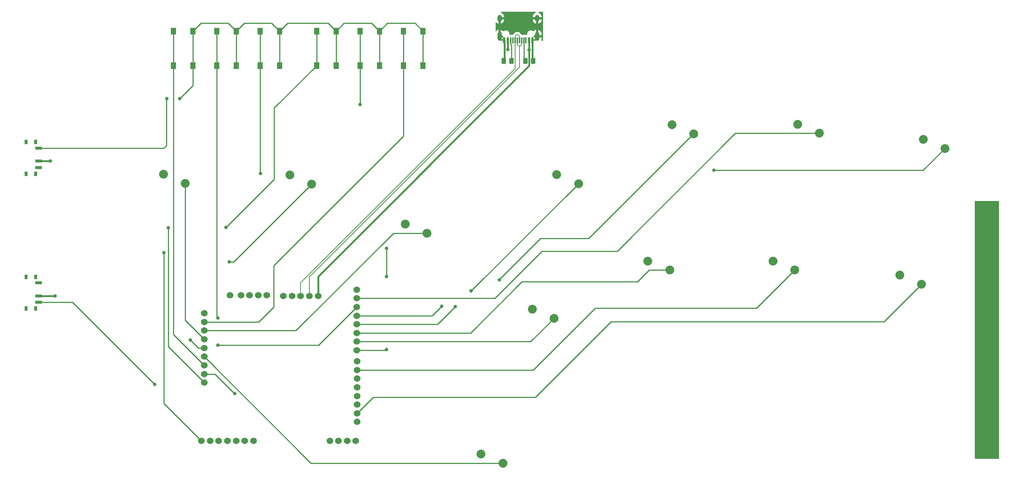
<source format=gtl>
%TF.GenerationSoftware,KiCad,Pcbnew,(6.0.5)*%
%TF.CreationDate,2022-08-30T07:27:48-07:00*%
%TF.ProjectId,chastity-device-rev2,63686173-7469-4747-992d-646576696365,rev?*%
%TF.SameCoordinates,Original*%
%TF.FileFunction,Copper,L1,Top*%
%TF.FilePolarity,Positive*%
%FSLAX46Y46*%
G04 Gerber Fmt 4.6, Leading zero omitted, Abs format (unit mm)*
G04 Created by KiCad (PCBNEW (6.0.5)) date 2022-08-30 07:27:48*
%MOMM*%
%LPD*%
G01*
G04 APERTURE LIST*
G04 Aperture macros list*
%AMRoundRect*
0 Rectangle with rounded corners*
0 $1 Rounding radius*
0 $2 $3 $4 $5 $6 $7 $8 $9 X,Y pos of 4 corners*
0 Add a 4 corners polygon primitive as box body*
4,1,4,$2,$3,$4,$5,$6,$7,$8,$9,$2,$3,0*
0 Add four circle primitives for the rounded corners*
1,1,$1+$1,$2,$3*
1,1,$1+$1,$4,$5*
1,1,$1+$1,$6,$7*
1,1,$1+$1,$8,$9*
0 Add four rect primitives between the rounded corners*
20,1,$1+$1,$2,$3,$4,$5,0*
20,1,$1+$1,$4,$5,$6,$7,0*
20,1,$1+$1,$6,$7,$8,$9,0*
20,1,$1+$1,$8,$9,$2,$3,0*%
G04 Aperture macros list end*
%TA.AperFunction,ComponentPad*%
%ADD10C,2.032000*%
%TD*%
%TA.AperFunction,SMDPad,CuDef*%
%ADD11R,1.300000X1.550000*%
%TD*%
%TA.AperFunction,ComponentPad*%
%ADD12C,1.524000*%
%TD*%
%TA.AperFunction,SMDPad,CuDef*%
%ADD13RoundRect,0.249999X-0.262501X-0.450001X0.262501X-0.450001X0.262501X0.450001X-0.262501X0.450001X0*%
%TD*%
%TA.AperFunction,SMDPad,CuDef*%
%ADD14R,0.600000X1.450000*%
%TD*%
%TA.AperFunction,SMDPad,CuDef*%
%ADD15R,0.300000X1.450000*%
%TD*%
%TA.AperFunction,ComponentPad*%
%ADD16O,1.000000X1.600000*%
%TD*%
%TA.AperFunction,ComponentPad*%
%ADD17O,1.000000X2.100000*%
%TD*%
%TA.AperFunction,SMDPad,CuDef*%
%ADD18RoundRect,0.249999X0.262501X0.450001X-0.262501X0.450001X-0.262501X-0.450001X0.262501X-0.450001X0*%
%TD*%
%TA.AperFunction,SMDPad,CuDef*%
%ADD19R,0.800000X1.000000*%
%TD*%
%TA.AperFunction,SMDPad,CuDef*%
%ADD20R,1.500000X0.700000*%
%TD*%
%TA.AperFunction,ViaPad*%
%ADD21C,0.800000*%
%TD*%
%TA.AperFunction,Conductor*%
%ADD22C,0.381000*%
%TD*%
%TA.AperFunction,Conductor*%
%ADD23C,0.200000*%
%TD*%
%TA.AperFunction,Conductor*%
%ADD24C,0.254000*%
%TD*%
G04 APERTURE END LIST*
D10*
X87320000Y-71070000D03*
X82320000Y-68970000D03*
X113920000Y-82420000D03*
X108920000Y-80320000D03*
X131420000Y-135520000D03*
X126420000Y-133420000D03*
X148860000Y-71010000D03*
X143860000Y-68910000D03*
X175420000Y-59480000D03*
X170420000Y-57380000D03*
X204390000Y-59360000D03*
X199390000Y-57260000D03*
X233336400Y-62850400D03*
X228336400Y-60750400D03*
X143250000Y-102050000D03*
X138250000Y-99950000D03*
X169860000Y-90940000D03*
X164860000Y-88840000D03*
X198710000Y-90940000D03*
X193710000Y-88840000D03*
X227896400Y-94190400D03*
X222896400Y-92090400D03*
X58225000Y-70950000D03*
X53225000Y-68850000D03*
D11*
X88500000Y-35775000D03*
X88500000Y-43725000D03*
X93000000Y-35775000D03*
X93000000Y-43725000D03*
X65500000Y-43725000D03*
X65500000Y-35775000D03*
X70000000Y-35775000D03*
X70000000Y-43725000D03*
X98500000Y-35775000D03*
X98500000Y-43725000D03*
X103000000Y-35775000D03*
X103000000Y-43725000D03*
X55500000Y-35775000D03*
X55500000Y-43725000D03*
X60000000Y-35775000D03*
X60000000Y-43725000D03*
X75500000Y-35775000D03*
X75500000Y-43725000D03*
X80000000Y-35775000D03*
X80000000Y-43725000D03*
X108500000Y-43725000D03*
X108500000Y-35775000D03*
X113000000Y-35775000D03*
X113000000Y-43725000D03*
D12*
X82850000Y-96940000D03*
X63960000Y-130350000D03*
X71050000Y-96760000D03*
X97550000Y-130350000D03*
X80850000Y-96940000D03*
X62600000Y-100920000D03*
X97810000Y-126000000D03*
X73960000Y-130350000D03*
X77050000Y-96760000D03*
X97810000Y-112000000D03*
X97790000Y-95460000D03*
X62600000Y-102920000D03*
X62600000Y-104920000D03*
X62600000Y-106920000D03*
X62600000Y-108920000D03*
X62600000Y-110920000D03*
X62600000Y-112920000D03*
X62600000Y-114920000D03*
X62600000Y-116920000D03*
X97790000Y-97460000D03*
X97790000Y-99460000D03*
X97790000Y-101460000D03*
X97790000Y-103460000D03*
X97790000Y-105460000D03*
X97790000Y-107460000D03*
X97790000Y-109460000D03*
X97810000Y-114000000D03*
X97810000Y-116000000D03*
X97810000Y-118000000D03*
X97810000Y-120000000D03*
X97810000Y-122000000D03*
X97810000Y-124000000D03*
X61960000Y-130350000D03*
X65960000Y-130350000D03*
X71960000Y-130350000D03*
X73050000Y-96760000D03*
X75050000Y-96760000D03*
X84850000Y-96940000D03*
X86850000Y-96940000D03*
X67960000Y-130350000D03*
X69960000Y-130350000D03*
X91550000Y-130350000D03*
X93550000Y-130350000D03*
X95550000Y-130350000D03*
X88850000Y-96940000D03*
X68550000Y-96760000D03*
D13*
X136587500Y-42680000D03*
X138412500Y-42680000D03*
D14*
X138250000Y-37891800D03*
X137450000Y-37891800D03*
D15*
X136750000Y-37891800D03*
X136250000Y-37891800D03*
X135750000Y-37891800D03*
X135250000Y-37891800D03*
X134750000Y-37891800D03*
X134250000Y-37891800D03*
X133750000Y-37891800D03*
X133250000Y-37891800D03*
D14*
X132550000Y-37891800D03*
X131750000Y-37891800D03*
D16*
X139320000Y-32796800D03*
D17*
X130680000Y-36976800D03*
X139320000Y-36976800D03*
D16*
X130680000Y-32796800D03*
D18*
X133412500Y-42680000D03*
X131587500Y-42680000D03*
D19*
X21570000Y-61390000D03*
X23780000Y-68690000D03*
X23780000Y-61390000D03*
X21570000Y-68690000D03*
D20*
X24430000Y-62790000D03*
X24430000Y-65790000D03*
X24430000Y-67290000D03*
D19*
X21570000Y-92500000D03*
X23780000Y-92500000D03*
X23780000Y-99800000D03*
X21570000Y-99800000D03*
D20*
X24430000Y-93900000D03*
X24430000Y-96900000D03*
X24430000Y-98400000D03*
D21*
X28220000Y-96910000D03*
X27190000Y-65760000D03*
X137450000Y-40090000D03*
X132560000Y-40050000D03*
X59380000Y-107070000D03*
X68420000Y-89010000D03*
X69640000Y-119420000D03*
X180100000Y-67850000D03*
X67650000Y-81050000D03*
X54290000Y-81140000D03*
X65740000Y-102040000D03*
X65740000Y-108300000D03*
X117310000Y-99300000D03*
X130600000Y-93170000D03*
X120470000Y-99410000D03*
X124130000Y-95750000D03*
X104580000Y-109260000D03*
X104580000Y-85890000D03*
X104580000Y-92450000D03*
X98490000Y-52700000D03*
X75540000Y-68680000D03*
X53330000Y-86960000D03*
X56950000Y-51350000D03*
X53960000Y-51360000D03*
X51170000Y-117300000D03*
D22*
X24430000Y-65790000D02*
X27160000Y-65790000D01*
X27160000Y-65790000D02*
X27190000Y-65760000D01*
X24430000Y-96900000D02*
X28210000Y-96900000D01*
X138250000Y-37891800D02*
X138250000Y-42517500D01*
X138250000Y-42517500D02*
X138412500Y-42680000D01*
X131769989Y-42497511D02*
X131587500Y-42680000D01*
X131769989Y-37911789D02*
X131769989Y-42497511D01*
X131750000Y-37891800D02*
X131769989Y-37911789D01*
X28210000Y-96900000D02*
X28220000Y-96910000D01*
X132550000Y-40040000D02*
X132560000Y-40050000D01*
X132550000Y-37891800D02*
X132550000Y-40040000D01*
X88850000Y-92410000D02*
X88850000Y-96940000D01*
X137490020Y-40130020D02*
X137490020Y-43769980D01*
X137450000Y-40090000D02*
X137450000Y-37891800D01*
X137450000Y-40090000D02*
X137490020Y-40130020D01*
X137490020Y-43769980D02*
X88850000Y-92410000D01*
D23*
X86850000Y-92490000D02*
X135240000Y-44100000D01*
X134750000Y-38865822D02*
X135240000Y-39355822D01*
X135750000Y-38865822D02*
X135260000Y-39355822D01*
X135260000Y-39355822D02*
X135240000Y-39355822D01*
X135240000Y-44100000D02*
X135240000Y-39355822D01*
X135750000Y-37891800D02*
X135750000Y-38865822D01*
X86850000Y-96940000D02*
X86850000Y-92490000D01*
X134750000Y-37891800D02*
X134750000Y-38865822D01*
X134250000Y-44470000D02*
X84850000Y-93870000D01*
X134250000Y-36917778D02*
X134567778Y-36600000D01*
X134250000Y-37891800D02*
X134250000Y-36917778D01*
X134250000Y-37891800D02*
X134250000Y-44470000D01*
X84850000Y-93870000D02*
X84850000Y-96940000D01*
X134930000Y-36600000D02*
X135250000Y-36920000D01*
X135250000Y-36920000D02*
X135250000Y-37891800D01*
X134567778Y-36600000D02*
X134930000Y-36600000D01*
D24*
X58225000Y-70950000D02*
X58225000Y-102545000D01*
X58225000Y-102545000D02*
X62600000Y-106920000D01*
X87320000Y-71070000D02*
X69380000Y-89010000D01*
X61230000Y-108920000D02*
X62600000Y-108920000D01*
X69380000Y-89010000D02*
X68420000Y-89010000D01*
X59380000Y-107070000D02*
X61230000Y-108920000D01*
X106230000Y-82420000D02*
X113920000Y-82420000D01*
X62600000Y-104920000D02*
X83730000Y-104920000D01*
X83730000Y-104920000D02*
X106230000Y-82420000D01*
X87200000Y-135520000D02*
X62600000Y-110920000D01*
X131420000Y-135520000D02*
X87200000Y-135520000D01*
X108500000Y-43725000D02*
X108500000Y-60040000D01*
X108500000Y-60040000D02*
X78660000Y-89880000D01*
X78660000Y-89880000D02*
X78660000Y-99420000D01*
X108500000Y-35775000D02*
X108500000Y-43725000D01*
X78660000Y-99420000D02*
X75160000Y-102920000D01*
X75160000Y-102920000D02*
X62600000Y-102920000D01*
X55500000Y-35775000D02*
X55500000Y-43725000D01*
X55500000Y-43725000D02*
X55500000Y-105820000D01*
X55500000Y-105820000D02*
X62600000Y-112920000D01*
X65120000Y-114990000D02*
X69550000Y-119420000D01*
X180170000Y-67920000D02*
X228266800Y-67920000D01*
X62600000Y-114920000D02*
X65050000Y-114920000D01*
X69550000Y-119420000D02*
X69640000Y-119420000D01*
X180100000Y-67850000D02*
X180170000Y-67920000D01*
X228266800Y-67920000D02*
X233336400Y-62850400D01*
X65050000Y-114920000D02*
X65120000Y-114990000D01*
X62600000Y-116920000D02*
X54290000Y-108610000D01*
X78740000Y-53485000D02*
X88500000Y-43725000D01*
X54290000Y-108610000D02*
X54290000Y-81140000D01*
X67650000Y-81050000D02*
X78740000Y-69960000D01*
X88500000Y-35775000D02*
X88500000Y-43725000D01*
X78740000Y-69960000D02*
X78740000Y-53485000D01*
X184980000Y-59360000D02*
X157750000Y-86590000D01*
X157750000Y-86590000D02*
X140440000Y-86590000D01*
X204390000Y-59360000D02*
X184980000Y-59360000D01*
X140440000Y-86590000D02*
X129570000Y-97460000D01*
X129570000Y-97460000D02*
X97790000Y-97460000D01*
X97790000Y-99460000D02*
X88950000Y-108300000D01*
X65500000Y-35775000D02*
X65500000Y-43725000D01*
X88950000Y-108300000D02*
X65740000Y-108300000D01*
X65740000Y-102040000D02*
X65500000Y-101800000D01*
X65500000Y-101800000D02*
X65500000Y-43725000D01*
X130600000Y-93140000D02*
X140120000Y-83620000D01*
X151200000Y-83620000D02*
X175340000Y-59480000D01*
X115150000Y-101460000D02*
X117310000Y-99300000D01*
X97790000Y-101460000D02*
X115150000Y-101460000D01*
X175340000Y-59480000D02*
X175420000Y-59480000D01*
X130600000Y-93170000D02*
X130600000Y-93140000D01*
X140120000Y-83620000D02*
X151200000Y-83620000D01*
X124130000Y-95740000D02*
X124130000Y-95750000D01*
X116420000Y-103460000D02*
X97790000Y-103460000D01*
X148860000Y-71010000D02*
X124130000Y-95740000D01*
X120470000Y-99410000D02*
X116420000Y-103460000D01*
X123990000Y-105460000D02*
X97790000Y-105460000D01*
X135790000Y-93660000D02*
X123990000Y-105460000D01*
X169860000Y-90940000D02*
X165150000Y-90940000D01*
X165150000Y-90940000D02*
X162430000Y-93660000D01*
X162430000Y-93660000D02*
X135790000Y-93660000D01*
X137840000Y-107460000D02*
X143250000Y-102050000D01*
X97790000Y-107460000D02*
X137840000Y-107460000D01*
X98490000Y-52700000D02*
X98500000Y-52690000D01*
X104580000Y-92450000D02*
X104580000Y-85890000D01*
X98500000Y-35775000D02*
X98500000Y-43725000D01*
X98500000Y-52690000D02*
X98500000Y-43725000D01*
X97790000Y-109460000D02*
X104380000Y-109460000D01*
X104380000Y-109460000D02*
X104580000Y-109260000D01*
X198710000Y-90940000D02*
X189910000Y-99740000D01*
X189910000Y-99740000D02*
X152690000Y-99740000D01*
X138430000Y-114000000D02*
X97810000Y-114000000D01*
X152690000Y-99740000D02*
X138430000Y-114000000D01*
X156330000Y-102820000D02*
X138890000Y-120260000D01*
X101550000Y-120260000D02*
X97810000Y-124000000D01*
X138890000Y-120260000D02*
X101550000Y-120260000D01*
X227896400Y-94190400D02*
X219266800Y-102820000D01*
X219266800Y-102820000D02*
X156330000Y-102820000D01*
X75500000Y-68640000D02*
X75500000Y-43725000D01*
X75540000Y-68680000D02*
X75500000Y-68640000D01*
X61960000Y-130350000D02*
X53330000Y-121720000D01*
X53330000Y-121720000D02*
X53330000Y-86960000D01*
X75500000Y-35775000D02*
X75500000Y-43725000D01*
X133410000Y-39079822D02*
X133410000Y-42677500D01*
X133410000Y-42677500D02*
X133412500Y-42680000D01*
X133250000Y-38919822D02*
X133410000Y-39079822D01*
X133250000Y-37891800D02*
X133250000Y-38919822D01*
X136250000Y-37891800D02*
X136250000Y-42342500D01*
X136250000Y-42342500D02*
X136587500Y-42680000D01*
X78155000Y-33930000D02*
X80000000Y-35775000D01*
X80000000Y-35775000D02*
X81845000Y-33930000D01*
X60000000Y-48300000D02*
X56950000Y-51350000D01*
X53960000Y-51360000D02*
X53930000Y-51390000D01*
X104805000Y-33970000D02*
X111195000Y-33970000D01*
X80000000Y-35775000D02*
X80000000Y-43725000D01*
X111195000Y-33970000D02*
X113000000Y-35775000D01*
X61855000Y-33920000D02*
X68145000Y-33920000D01*
X93000000Y-35775000D02*
X94825000Y-33950000D01*
X81845000Y-33930000D02*
X91155000Y-33930000D01*
X53930000Y-51390000D02*
X53930000Y-62150000D01*
X113000000Y-35775000D02*
X113000000Y-43725000D01*
X60000000Y-43725000D02*
X60000000Y-48300000D01*
X68145000Y-33920000D02*
X70000000Y-35775000D01*
X71845000Y-33930000D02*
X78155000Y-33930000D01*
X91155000Y-33930000D02*
X93000000Y-35775000D01*
X103000000Y-43725000D02*
X103000000Y-35775000D01*
X101175000Y-33950000D02*
X103000000Y-35775000D01*
X70000000Y-43725000D02*
X70000000Y-35775000D01*
X70000000Y-35775000D02*
X71845000Y-33930000D01*
X60000000Y-35775000D02*
X60000000Y-43725000D01*
X94825000Y-33950000D02*
X101175000Y-33950000D01*
X103000000Y-35775000D02*
X104805000Y-33970000D01*
X93000000Y-35775000D02*
X93000000Y-43725000D01*
X53930000Y-62150000D02*
X53290000Y-62790000D01*
X60000000Y-35775000D02*
X61855000Y-33920000D01*
X53290000Y-62790000D02*
X24430000Y-62790000D01*
X51170000Y-117300000D02*
X32270000Y-98400000D01*
X32270000Y-98400000D02*
X24430000Y-98400000D01*
%TA.AperFunction,Conductor*%
G36*
X131683621Y-37657802D02*
G01*
X131730114Y-37711458D01*
X131741500Y-37763800D01*
X131741500Y-38019800D01*
X131741441Y-38020000D01*
X130902044Y-38020000D01*
X130902000Y-38019800D01*
X130902000Y-37763800D01*
X130922002Y-37695679D01*
X130975658Y-37649186D01*
X131028000Y-37637800D01*
X131615500Y-37637800D01*
X131683621Y-37657802D01*
G37*
%TD.AperFunction*%
%TA.AperFunction,Conductor*%
G36*
X139040121Y-37657802D02*
G01*
X139086614Y-37711458D01*
X139098000Y-37763800D01*
X139098000Y-38019800D01*
X139097941Y-38020000D01*
X138258544Y-38020000D01*
X138258500Y-38019800D01*
X138258500Y-37763800D01*
X138278502Y-37695679D01*
X138332158Y-37649186D01*
X138384500Y-37637800D01*
X138972000Y-37637800D01*
X139040121Y-37657802D01*
G37*
%TD.AperFunction*%
%TA.AperFunction,Conductor*%
G36*
X138950353Y-31340002D02*
G01*
X138996846Y-31393658D01*
X139006950Y-31463932D01*
X138977456Y-31528512D01*
X138939514Y-31555656D01*
X138940570Y-31557677D01*
X138770846Y-31646407D01*
X138760585Y-31653121D01*
X138616127Y-31769268D01*
X138607368Y-31777846D01*
X138488222Y-31919839D01*
X138481292Y-31929959D01*
X138391998Y-32092385D01*
X138387166Y-32103658D01*
X138331120Y-32280338D01*
X138328570Y-32292332D01*
X138312393Y-32436561D01*
X138312000Y-32443585D01*
X138312000Y-32524685D01*
X138316475Y-32539924D01*
X138317865Y-32541129D01*
X138325548Y-32542800D01*
X140309885Y-32542800D01*
X140325124Y-32538325D01*
X140326329Y-32536935D01*
X140328000Y-32529252D01*
X140328000Y-32450143D01*
X140327699Y-32443995D01*
X140314188Y-32306197D01*
X140311805Y-32294162D01*
X140258233Y-32116724D01*
X140253559Y-32105384D01*
X140166540Y-31941723D01*
X140159751Y-31931506D01*
X140042603Y-31787867D01*
X140033959Y-31779163D01*
X139891144Y-31661016D01*
X139880973Y-31654156D01*
X139717922Y-31565994D01*
X139708790Y-31562156D01*
X139653742Y-31517321D01*
X139631672Y-31449842D01*
X139649587Y-31381143D01*
X139701800Y-31333036D01*
X139757613Y-31320000D01*
X140604000Y-31320000D01*
X140672121Y-31340002D01*
X140718614Y-31393658D01*
X140730000Y-31446000D01*
X140730000Y-37894000D01*
X140709998Y-37962121D01*
X140656342Y-38008614D01*
X140604000Y-38020000D01*
X140393251Y-38020000D01*
X140325130Y-37999998D01*
X140278637Y-37946342D01*
X140268533Y-37876068D01*
X140273149Y-37855902D01*
X140308880Y-37743262D01*
X140311430Y-37731268D01*
X140327607Y-37587039D01*
X140328000Y-37580015D01*
X140328000Y-37248915D01*
X140323525Y-37233676D01*
X140322135Y-37232471D01*
X140314452Y-37230800D01*
X138590674Y-37230800D01*
X138522553Y-37210798D01*
X138476060Y-37157142D01*
X138465956Y-37086868D01*
X138495450Y-37022288D01*
X138504101Y-37013252D01*
X138523527Y-36994882D01*
X138523529Y-36994880D01*
X138528485Y-36990193D01*
X138532317Y-36984555D01*
X138532320Y-36984551D01*
X138626442Y-36846055D01*
X138630277Y-36840412D01*
X138645638Y-36802006D01*
X138689505Y-36746187D01*
X138762626Y-36722800D01*
X139047885Y-36722800D01*
X139063124Y-36718325D01*
X139064329Y-36716935D01*
X139066000Y-36709252D01*
X139066000Y-36704685D01*
X139574000Y-36704685D01*
X139578475Y-36719924D01*
X139579865Y-36721129D01*
X139587548Y-36722800D01*
X140309885Y-36722800D01*
X140325124Y-36718325D01*
X140326329Y-36716935D01*
X140328000Y-36709252D01*
X140328000Y-36380143D01*
X140327699Y-36373995D01*
X140314188Y-36236197D01*
X140311805Y-36224162D01*
X140258233Y-36046724D01*
X140253559Y-36035384D01*
X140166540Y-35871723D01*
X140159751Y-35861506D01*
X140042603Y-35717867D01*
X140033959Y-35709163D01*
X139891144Y-35591016D01*
X139880973Y-35584156D01*
X139717924Y-35495996D01*
X139706619Y-35491244D01*
X139591308Y-35455550D01*
X139577205Y-35455344D01*
X139574000Y-35462099D01*
X139574000Y-36704685D01*
X139066000Y-36704685D01*
X139066000Y-35468876D01*
X139062027Y-35455345D01*
X139054232Y-35454225D01*
X138946479Y-35485938D01*
X138935111Y-35490531D01*
X138770846Y-35576407D01*
X138760585Y-35583121D01*
X138616127Y-35699268D01*
X138607368Y-35707846D01*
X138563000Y-35760721D01*
X138503890Y-35800048D01*
X138432902Y-35801174D01*
X138389952Y-35779828D01*
X138324322Y-35729650D01*
X138184511Y-35664455D01*
X138166369Y-35655995D01*
X138166366Y-35655994D01*
X138160192Y-35653115D01*
X138153544Y-35651629D01*
X138153541Y-35651628D01*
X137988494Y-35614736D01*
X137988495Y-35614736D01*
X137983457Y-35613610D01*
X137977912Y-35613300D01*
X137844756Y-35613300D01*
X137709963Y-35627943D01*
X137626609Y-35655995D01*
X137544796Y-35683528D01*
X137544794Y-35683529D01*
X137538325Y-35685706D01*
X137383095Y-35778977D01*
X137378138Y-35783665D01*
X137378135Y-35783667D01*
X137256473Y-35898718D01*
X137251515Y-35903407D01*
X137247683Y-35909045D01*
X137247680Y-35909049D01*
X137178855Y-36010322D01*
X137149723Y-36053188D01*
X137082470Y-36221334D01*
X137081356Y-36228062D01*
X137081355Y-36228066D01*
X137056179Y-36380143D01*
X137052892Y-36399998D01*
X137053249Y-36406815D01*
X137053249Y-36406819D01*
X137059480Y-36525706D01*
X137043071Y-36594780D01*
X136991922Y-36644017D01*
X136933653Y-36658300D01*
X136551866Y-36658300D01*
X136548471Y-36658669D01*
X136548467Y-36658669D01*
X136522469Y-36661493D01*
X136513606Y-36662456D01*
X136486394Y-36662456D01*
X136477531Y-36661493D01*
X136451533Y-36658669D01*
X136451529Y-36658669D01*
X136448134Y-36658300D01*
X136051866Y-36658300D01*
X136048471Y-36658669D01*
X136048467Y-36658669D01*
X136022469Y-36661493D01*
X136013606Y-36662456D01*
X135986394Y-36662456D01*
X135977531Y-36661493D01*
X135951533Y-36658669D01*
X135951529Y-36658669D01*
X135948134Y-36658300D01*
X135878324Y-36658300D01*
X135810203Y-36638298D01*
X135778364Y-36609007D01*
X135756756Y-36580847D01*
X135708477Y-36517928D01*
X135708474Y-36517925D01*
X135694976Y-36500334D01*
X135689016Y-36492566D01*
X135689013Y-36492563D01*
X135683987Y-36486013D01*
X135674540Y-36478764D01*
X135658621Y-36466548D01*
X135646230Y-36455681D01*
X135394315Y-36203766D01*
X135383448Y-36191375D01*
X135369013Y-36172563D01*
X135363987Y-36166013D01*
X135332075Y-36141526D01*
X135332072Y-36141523D01*
X135236876Y-36068476D01*
X135088851Y-36007162D01*
X135080664Y-36006084D01*
X135080663Y-36006084D01*
X135069458Y-36004609D01*
X135038262Y-36000502D01*
X134969885Y-35991500D01*
X134969882Y-35991500D01*
X134969874Y-35991499D01*
X134938189Y-35987328D01*
X134930000Y-35986250D01*
X134898307Y-35990422D01*
X134881864Y-35991500D01*
X134615914Y-35991500D01*
X134599471Y-35990422D01*
X134567778Y-35986250D01*
X134559589Y-35987328D01*
X134527904Y-35991499D01*
X134527895Y-35991500D01*
X134527893Y-35991500D01*
X134527887Y-35991501D01*
X134527885Y-35991501D01*
X134428321Y-36004609D01*
X134417114Y-36006084D01*
X134417112Y-36006085D01*
X134408927Y-36007162D01*
X134260902Y-36068476D01*
X134180546Y-36130136D01*
X134133791Y-36166013D01*
X134128765Y-36172563D01*
X134114330Y-36191375D01*
X134103463Y-36203767D01*
X133853766Y-36453463D01*
X133841376Y-36464329D01*
X133816013Y-36483791D01*
X133791526Y-36515703D01*
X133791523Y-36515706D01*
X133730847Y-36594780D01*
X133719932Y-36609005D01*
X133662594Y-36650872D01*
X133619970Y-36658300D01*
X133551866Y-36658300D01*
X133548471Y-36658669D01*
X133548467Y-36658669D01*
X133522469Y-36661493D01*
X133513606Y-36662456D01*
X133486394Y-36662456D01*
X133477531Y-36661493D01*
X133451533Y-36658669D01*
X133451529Y-36658669D01*
X133448134Y-36658300D01*
X133068416Y-36658300D01*
X133000295Y-36638298D01*
X132953802Y-36584642D01*
X132944108Y-36511721D01*
X132947108Y-36493602D01*
X132946711Y-36486013D01*
X132937987Y-36319566D01*
X132937630Y-36312753D01*
X132914304Y-36228066D01*
X132891352Y-36144741D01*
X132889539Y-36138159D01*
X132805078Y-35977964D01*
X132800673Y-35972751D01*
X132800670Y-35972747D01*
X132692594Y-35844857D01*
X132692590Y-35844853D01*
X132688187Y-35839643D01*
X132682762Y-35835495D01*
X132549743Y-35733794D01*
X132549739Y-35733791D01*
X132544322Y-35729650D01*
X132404511Y-35664455D01*
X132386369Y-35655995D01*
X132386366Y-35655994D01*
X132380192Y-35653115D01*
X132373544Y-35651629D01*
X132373541Y-35651628D01*
X132208494Y-35614736D01*
X132208495Y-35614736D01*
X132203457Y-35613610D01*
X132197912Y-35613300D01*
X132064756Y-35613300D01*
X131929963Y-35627943D01*
X131846609Y-35655995D01*
X131764796Y-35683528D01*
X131764794Y-35683529D01*
X131758325Y-35685706D01*
X131606349Y-35777022D01*
X131606346Y-35777023D01*
X131603095Y-35778977D01*
X131602745Y-35778394D01*
X131541083Y-35801865D01*
X131471609Y-35787239D01*
X131433609Y-35755885D01*
X131402603Y-35717867D01*
X131393959Y-35709163D01*
X131251144Y-35591016D01*
X131240973Y-35584156D01*
X131077924Y-35495996D01*
X131066619Y-35491244D01*
X130951308Y-35455550D01*
X130937205Y-35455344D01*
X130934000Y-35462099D01*
X130934000Y-36704685D01*
X130938475Y-36719924D01*
X130939865Y-36721129D01*
X130947548Y-36722800D01*
X131237243Y-36722800D01*
X131305364Y-36742802D01*
X131348700Y-36790035D01*
X131414922Y-36915636D01*
X131419327Y-36920849D01*
X131419330Y-36920853D01*
X131506051Y-37023472D01*
X131534743Y-37088413D01*
X131523770Y-37158556D01*
X131476617Y-37211633D01*
X131409813Y-37230800D01*
X130552000Y-37230800D01*
X130483879Y-37210798D01*
X130437386Y-37157142D01*
X130426000Y-37104800D01*
X130426000Y-35468876D01*
X130422027Y-35455345D01*
X130414232Y-35454225D01*
X130306479Y-35485938D01*
X130295111Y-35490531D01*
X130130846Y-35576407D01*
X130120585Y-35583121D01*
X129976127Y-35699268D01*
X129967368Y-35707846D01*
X129952522Y-35725538D01*
X129893412Y-35764865D01*
X129822424Y-35765991D01*
X129762097Y-35728560D01*
X129731583Y-35664455D01*
X129730000Y-35644547D01*
X129730000Y-33880765D01*
X129750002Y-33812644D01*
X129803658Y-33766151D01*
X129873932Y-33756047D01*
X129938512Y-33785541D01*
X129953645Y-33801131D01*
X129957400Y-33805736D01*
X129966041Y-33814437D01*
X130108856Y-33932584D01*
X130119027Y-33939444D01*
X130282076Y-34027604D01*
X130293381Y-34032356D01*
X130408692Y-34068050D01*
X130422795Y-34068256D01*
X130426000Y-34061501D01*
X130426000Y-34054724D01*
X130934000Y-34054724D01*
X130937973Y-34068255D01*
X130945768Y-34069375D01*
X131053521Y-34037662D01*
X131064889Y-34033069D01*
X131229154Y-33947193D01*
X131239415Y-33940479D01*
X131383873Y-33824332D01*
X131392632Y-33815754D01*
X131511778Y-33673761D01*
X131518708Y-33663641D01*
X131608002Y-33501215D01*
X131612834Y-33489942D01*
X131668880Y-33313262D01*
X131671430Y-33301268D01*
X131687607Y-33157039D01*
X131688000Y-33150015D01*
X131688000Y-33143457D01*
X138312000Y-33143457D01*
X138312301Y-33149605D01*
X138325812Y-33287403D01*
X138328195Y-33299438D01*
X138381767Y-33476876D01*
X138386441Y-33488216D01*
X138473460Y-33651877D01*
X138480249Y-33662094D01*
X138597397Y-33805733D01*
X138606041Y-33814437D01*
X138748856Y-33932584D01*
X138759027Y-33939444D01*
X138922076Y-34027604D01*
X138933381Y-34032356D01*
X139048692Y-34068050D01*
X139062795Y-34068256D01*
X139066000Y-34061501D01*
X139066000Y-34054724D01*
X139574000Y-34054724D01*
X139577973Y-34068255D01*
X139585768Y-34069375D01*
X139693521Y-34037662D01*
X139704889Y-34033069D01*
X139869154Y-33947193D01*
X139879415Y-33940479D01*
X140023873Y-33824332D01*
X140032632Y-33815754D01*
X140151778Y-33673761D01*
X140158708Y-33663641D01*
X140248002Y-33501215D01*
X140252834Y-33489942D01*
X140308880Y-33313262D01*
X140311430Y-33301268D01*
X140327607Y-33157039D01*
X140328000Y-33150015D01*
X140328000Y-33068915D01*
X140323525Y-33053676D01*
X140322135Y-33052471D01*
X140314452Y-33050800D01*
X139592115Y-33050800D01*
X139576876Y-33055275D01*
X139575671Y-33056665D01*
X139574000Y-33064348D01*
X139574000Y-34054724D01*
X139066000Y-34054724D01*
X139066000Y-33068915D01*
X139061525Y-33053676D01*
X139060135Y-33052471D01*
X139052452Y-33050800D01*
X138330115Y-33050800D01*
X138314876Y-33055275D01*
X138313671Y-33056665D01*
X138312000Y-33064348D01*
X138312000Y-33143457D01*
X131688000Y-33143457D01*
X131688000Y-33068915D01*
X131683525Y-33053676D01*
X131682135Y-33052471D01*
X131674452Y-33050800D01*
X130952115Y-33050800D01*
X130936876Y-33055275D01*
X130935671Y-33056665D01*
X130934000Y-33064348D01*
X130934000Y-34054724D01*
X130426000Y-34054724D01*
X130426000Y-32668800D01*
X130446002Y-32600679D01*
X130499658Y-32554186D01*
X130552000Y-32542800D01*
X131669885Y-32542800D01*
X131685124Y-32538325D01*
X131686329Y-32536935D01*
X131688000Y-32529252D01*
X131688000Y-32450143D01*
X131687699Y-32443995D01*
X131674188Y-32306197D01*
X131671805Y-32294162D01*
X131618233Y-32116724D01*
X131613559Y-32105384D01*
X131526540Y-31941723D01*
X131519751Y-31931506D01*
X131402603Y-31787867D01*
X131393959Y-31779163D01*
X131251144Y-31661016D01*
X131240973Y-31654156D01*
X131077922Y-31565994D01*
X131068790Y-31562156D01*
X131013742Y-31517321D01*
X130991672Y-31449842D01*
X131009587Y-31381143D01*
X131061800Y-31333036D01*
X131117613Y-31320000D01*
X138882232Y-31320000D01*
X138950353Y-31340002D01*
G37*
%TD.AperFunction*%
%TA.AperFunction,NonConductor*%
G36*
X245742121Y-74990002D02*
G01*
X245788614Y-75043658D01*
X245800000Y-75096000D01*
X245800000Y-134364000D01*
X245779998Y-134432121D01*
X245726342Y-134478614D01*
X245674000Y-134490000D01*
X240296000Y-134490000D01*
X240227879Y-134469998D01*
X240181386Y-134416342D01*
X240170000Y-134364000D01*
X240170000Y-75096000D01*
X240190002Y-75027879D01*
X240243658Y-74981386D01*
X240296000Y-74970000D01*
X245674000Y-74970000D01*
X245742121Y-74990002D01*
G37*
%TD.AperFunction*%
M02*

</source>
